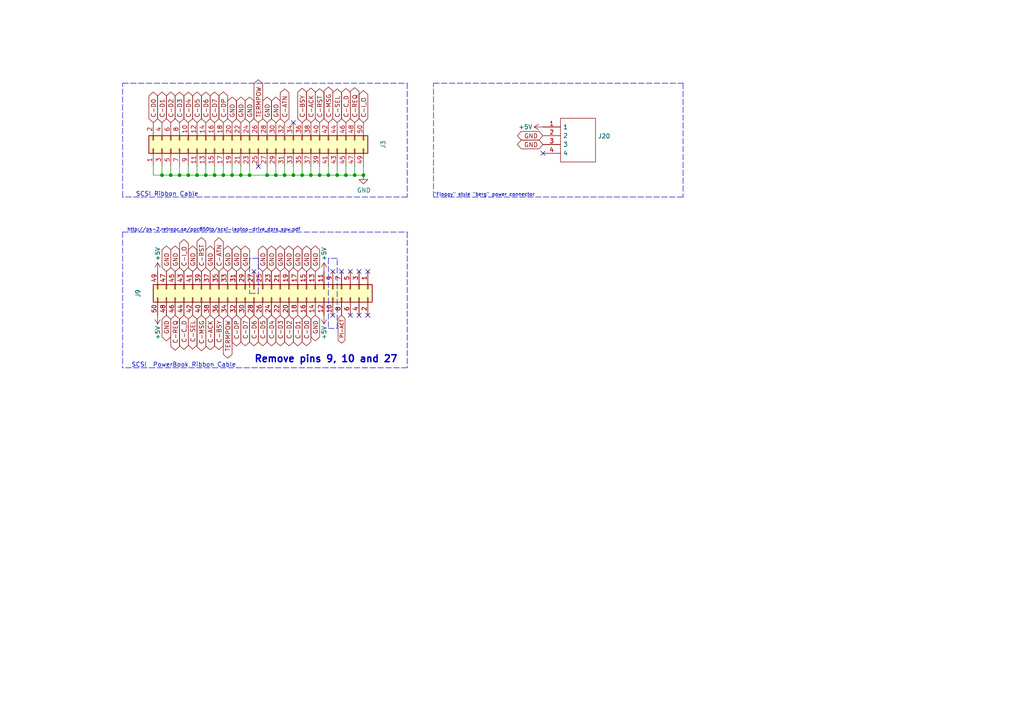
<source format=kicad_sch>
(kicad_sch (version 20211123) (generator eeschema)
  (paper "A4")
  (lib_symbols
    (symbol "Connector_Generic:Conn_02x25_Odd_Even" (pin_names (offset 1.016) hide)
      (property "Reference" "J" (at 1.27 33.02 0))
      (property "Value" "Conn_02x25_Odd_Even" (at 1.27 -33.02 0))
      (symbol "Conn_02x25_Odd_Even_1_1"
        (rectangle (start -1.27 -30.353) (end 0 -30.607) (stroke (width 0.1524)))
        (rectangle (start -1.27 -27.813) (end 0 -28.067) (stroke (width 0.1524)))
        (rectangle (start -1.27 -25.273) (end 0 -25.527) (stroke (width 0.1524)))
        (rectangle (start -1.27 -22.733) (end 0 -22.987) (stroke (width 0.1524)))
        (rectangle (start -1.27 -20.193) (end 0 -20.447) (stroke (width 0.1524)))
        (rectangle (start -1.27 -17.653) (end 0 -17.907) (stroke (width 0.1524)))
        (rectangle (start -1.27 -15.113) (end 0 -15.367) (stroke (width 0.1524)))
        (rectangle (start -1.27 -12.573) (end 0 -12.827) (stroke (width 0.1524)))
        (rectangle (start -1.27 -10.033) (end 0 -10.287) (stroke (width 0.1524)))
        (rectangle (start -1.27 -7.493) (end 0 -7.747) (stroke (width 0.1524)))
        (rectangle (start -1.27 -4.953) (end 0 -5.207) (stroke (width 0.1524)))
        (rectangle (start -1.27 -2.413) (end 0 -2.667) (stroke (width 0.1524)))
        (rectangle (start -1.27 0.127) (end 0 -0.127) (stroke (width 0.1524)))
        (rectangle (start -1.27 2.667) (end 0 2.413) (stroke (width 0.1524)))
        (rectangle (start -1.27 5.207) (end 0 4.953) (stroke (width 0.1524)))
        (rectangle (start -1.27 7.747) (end 0 7.493) (stroke (width 0.1524)))
        (rectangle (start -1.27 10.287) (end 0 10.033) (stroke (width 0.1524)))
        (rectangle (start -1.27 12.827) (end 0 12.573) (stroke (width 0.1524)))
        (rectangle (start -1.27 15.367) (end 0 15.113) (stroke (width 0.1524)))
        (rectangle (start -1.27 17.907) (end 0 17.653) (stroke (width 0.1524)))
        (rectangle (start -1.27 20.447) (end 0 20.193) (stroke (width 0.1524)))
        (rectangle (start -1.27 22.987) (end 0 22.733) (stroke (width 0.1524)))
        (rectangle (start -1.27 25.527) (end 0 25.273) (stroke (width 0.1524)))
        (rectangle (start -1.27 28.067) (end 0 27.813) (stroke (width 0.1524)))
        (rectangle (start -1.27 30.607) (end 0 30.353) (stroke (width 0.1524)))
        (rectangle (start -1.27 31.75) (end 3.81 -31.75) (stroke (width 0.254)) (fill (type background)))
        (rectangle (start 3.81 -30.353) (end 2.54 -30.607) (stroke (width 0.1524)))
        (rectangle (start 3.81 -27.813) (end 2.54 -28.067) (stroke (width 0.1524)))
        (rectangle (start 3.81 -25.273) (end 2.54 -25.527) (stroke (width 0.1524)))
        (rectangle (start 3.81 -22.733) (end 2.54 -22.987) (stroke (width 0.1524)))
        (rectangle (start 3.81 -20.193) (end 2.54 -20.447) (stroke (width 0.1524)))
        (rectangle (start 3.81 -17.653) (end 2.54 -17.907) (stroke (width 0.1524)))
        (rectangle (start 3.81 -15.113) (end 2.54 -15.367) (stroke (width 0.1524)))
        (rectangle (start 3.81 -12.573) (end 2.54 -12.827) (stroke (width 0.1524)))
        (rectangle (start 3.81 -10.033) (end 2.54 -10.287) (stroke (width 0.1524)))
        (rectangle (start 3.81 -7.493) (end 2.54 -7.747) (stroke (width 0.1524)))
        (rectangle (start 3.81 -4.953) (end 2.54 -5.207) (stroke (width 0.1524)))
        (rectangle (start 3.81 -2.413) (end 2.54 -2.667) (stroke (width 0.1524)))
        (rectangle (start 3.81 0.127) (end 2.54 -0.127) (stroke (width 0.1524)))
        (rectangle (start 3.81 2.667) (end 2.54 2.413) (stroke (width 0.1524)))
        (rectangle (start 3.81 5.207) (end 2.54 4.953) (stroke (width 0.1524)))
        (rectangle (start 3.81 7.747) (end 2.54 7.493) (stroke (width 0.1524)))
        (rectangle (start 3.81 10.287) (end 2.54 10.033) (stroke (width 0.1524)))
        (rectangle (start 3.81 12.827) (end 2.54 12.573) (stroke (width 0.1524)))
        (rectangle (start 3.81 15.367) (end 2.54 15.113) (stroke (width 0.1524)))
        (rectangle (start 3.81 17.907) (end 2.54 17.653) (stroke (width 0.1524)))
        (rectangle (start 3.81 20.447) (end 2.54 20.193) (stroke (width 0.1524)))
        (rectangle (start 3.81 22.987) (end 2.54 22.733) (stroke (width 0.1524)))
        (rectangle (start 3.81 25.527) (end 2.54 25.273) (stroke (width 0.1524)))
        (rectangle (start 3.81 28.067) (end 2.54 27.813) (stroke (width 0.1524)))
        (rectangle (start 3.81 30.607) (end 2.54 30.353) (stroke (width 0.1524)))
        (pin passive line (at -5.08 30.48 0) (length 3.81) (name "Pin_1") (number "1"))
        (pin passive line (at 7.62 20.32 180) (length 3.81) (name "Pin_10") (number "10"))
        (pin passive line (at -5.08 17.78 0) (length 3.81) (name "Pin_11") (number "11"))
        (pin passive line (at 7.62 17.78 180) (length 3.81) (name "Pin_12") (number "12"))
        (pin passive line (at -5.08 15.24 0) (length 3.81) (name "Pin_13") (number "13"))
        (pin passive line (at 7.62 15.24 180) (length 3.81) (name "Pin_14") (number "14"))
        (pin passive line (at -5.08 12.7 0) (length 3.81) (name "Pin_15") (number "15"))
        (pin passive line (at 7.62 12.7 180) (length 3.81) (name "Pin_16") (number "16"))
        (pin passive line (at -5.08 10.16 0) (length 3.81) (name "Pin_17") (number "17"))
        (pin passive line (at 7.62 10.16 180) (length 3.81) (name "Pin_18") (number "18"))
        (pin passive line (at -5.08 7.62 0) (length 3.81) (name "Pin_19") (number "19"))
        (pin passive line (at 7.62 30.48 180) (length 3.81) (name "Pin_2") (number "2"))
        (pin passive line (at 7.62 7.62 180) (length 3.81) (name "Pin_20") (number "20"))
        (pin passive line (at -5.08 5.08 0) (length 3.81) (name "Pin_21") (number "21"))
        (pin passive line (at 7.62 5.08 180) (length 3.81) (name "Pin_22") (number "22"))
        (pin passive line (at -5.08 2.54 0) (length 3.81) (name "Pin_23") (number "23"))
        (pin passive line (at 7.62 2.54 180) (length 3.81) (name "Pin_24") (number "24"))
        (pin passive line (at -5.08 0 0) (length 3.81) (name "Pin_25") (number "25"))
        (pin passive line (at 7.62 0 180) (length 3.81) (name "Pin_26") (number "26"))
        (pin passive line (at -5.08 -2.54 0) (length 3.81) (name "Pin_27") (number "27"))
        (pin passive line (at 7.62 -2.54 180) (length 3.81) (name "Pin_28") (number "28"))
        (pin passive line (at -5.08 -5.08 0) (length 3.81) (name "Pin_29") (number "29"))
        (pin passive line (at -5.08 27.94 0) (length 3.81) (name "Pin_3") (number "3"))
        (pin passive line (at 7.62 -5.08 180) (length 3.81) (name "Pin_30") (number "30"))
        (pin passive line (at -5.08 -7.62 0) (length 3.81) (name "Pin_31") (number "31"))
        (pin passive line (at 7.62 -7.62 180) (length 3.81) (name "Pin_32") (number "32"))
        (pin passive line (at -5.08 -10.16 0) (length 3.81) (name "Pin_33") (number "33"))
        (pin passive line (at 7.62 -10.16 180) (length 3.81) (name "Pin_34") (number "34"))
        (pin passive line (at -5.08 -12.7 0) (length 3.81) (name "Pin_35") (number "35"))
        (pin passive line (at 7.62 -12.7 180) (length 3.81) (name "Pin_36") (number "36"))
        (pin passive line (at -5.08 -15.24 0) (length 3.81) (name "Pin_37") (number "37"))
        (pin passive line (at 7.62 -15.24 180) (length 3.81) (name "Pin_38") (number "38"))
        (pin passive line (at -5.08 -17.78 0) (length 3.81) (name "Pin_39") (number "39"))
        (pin passive line (at 7.62 27.94 180) (length 3.81) (name "Pin_4") (number "4"))
        (pin passive line (at 7.62 -17.78 180) (length 3.81) (name "Pin_40") (number "40"))
        (pin passive line (at -5.08 -20.32 0) (length 3.81) (name "Pin_41") (number "41"))
        (pin passive line (at 7.62 -20.32 180) (length 3.81) (name "Pin_42") (number "42"))
        (pin passive line (at -5.08 -22.86 0) (length 3.81) (name "Pin_43") (number "43"))
        (pin passive line (at 7.62 -22.86 180) (length 3.81) (name "Pin_44") (number "44"))
        (pin passive line (at -5.08 -25.4 0) (length 3.81) (name "Pin_45") (number "45"))
        (pin passive line (at 7.62 -25.4 180) (length 3.81) (name "Pin_46") (number "46"))
        (pin passive line (at -5.08 -27.94 0) (length 3.81) (name "Pin_47") (number "47"))
        (pin passive line (at 7.62 -27.94 180) (length 3.81) (name "Pin_48") (number "48"))
        (pin passive line (at -5.08 -30.48 0) (length 3.81) (name "Pin_49") (number "49"))
        (pin passive line (at -5.08 25.4 0) (length 3.81) (name "Pin_5") (number "5"))
        (pin passive line (at 7.62 -30.48 180) (length 3.81) (name "Pin_50") (number "50"))
        (pin passive line (at 7.62 25.4 180) (length 3.81) (name "Pin_6") (number "6"))
        (pin passive line (at -5.08 22.86 0) (length 3.81) (name "Pin_7") (number "7"))
        (pin passive line (at 7.62 22.86 180) (length 3.81) (name "Pin_8") (number "8"))
        (pin passive line (at -5.08 20.32 0) (length 3.81) (name "Pin_9") (number "9"))
      )
    )
    (symbol "SamacSys_Parts:171826-4" (pin_names (offset 0.762))
      (property "Reference" "J" (at 16.51 7.62 0))
      (property "Value" "171826-4" (at 16.51 5.08 0))
      (symbol "171826-4_0_0"
        (pin passive line (at 0 0 0) (length 5.08) (name "1") (number "1"))
        (pin passive line (at 0 -2.54 0) (length 5.08) (name "2") (number "2"))
        (pin passive line (at 0 -5.08 0) (length 5.08) (name "3") (number "3"))
        (pin passive line (at 0 -7.62 0) (length 5.08) (name "4") (number "4"))
      )
      (symbol "171826-4_0_1"
        (polyline (pts (xy 5.08 2.54) (xy 15.24 2.54) (xy 15.24 -10.16) (xy 5.08 -10.16) (xy 5.08 2.54)) (stroke (width 0.1524)))
      )
    )
    (symbol "power:+5V" (power) (pin_names (offset 0))
      (property "Value" "+5V" (at 0 3.556 0))
      (symbol "+5V_0_1"
        (polyline (pts (xy -0.762 1.27) (xy 0 2.54)))
        (polyline (pts (xy 0 0) (xy 0 2.54)))
        (polyline (pts (xy 0 2.54) (xy 0.762 1.27)))
      )
      (symbol "+5V_1_1"
        (pin power_in line (at 0 0 90) (length 0) hide (name "+5V") (number "1"))
      )
    )
    (symbol "power:GND" (power) (pin_names (offset 0))
      (property "Value" "GND" (at 0 -3.81 0))
      (symbol "GND_0_1"
        (polyline (pts (xy 0 0) (xy 0 -1.27) (xy 1.27 -1.27) (xy 0 -2.54) (xy -1.27 -1.27) (xy 0 -1.27)))
      )
      (symbol "GND_1_1"
        (pin power_in line (at 0 0 270) (length 0) hide (name "GND") (number "1"))
      )
    )
  )
  (junction (at 100.33 50.8))
  (junction (at 77.47 50.8))
  (junction (at 64.77 50.8))
  (junction (at 97.79 50.8))
  (junction (at 72.39 50.8))
  (junction (at 85.09 50.8))
  (junction (at 69.85 50.8))
  (junction (at 59.69 50.8))
  (junction (at 102.87 50.8))
  (junction (at 82.55 50.8))
  (junction (at 67.31 50.8))
  (junction (at 95.25 50.8))
  (junction (at 62.23 50.8))
  (junction (at 80.01 50.8))
  (junction (at 46.99 50.8))
  (junction (at 87.63 50.8))
  (junction (at 90.17 50.8))
  (junction (at 57.15 50.8))
  (junction (at 49.53 50.8))
  (junction (at 52.07 50.8))
  (junction (at 105.41 50.8))
  (junction (at 92.71 50.8))
  (junction (at 54.61 50.8))
  (no_connect (at 74.93 48.26))
  (no_connect (at 73.66 78.74))
  (no_connect (at 106.68 91.44))
  (no_connect (at 96.52 78.74))
  (no_connect (at 104.14 78.74))
  (no_connect (at 85.09 35.56))
  (no_connect (at 104.14 91.44))
  (no_connect (at 106.68 78.74))
  (no_connect (at 96.52 91.44))
  (no_connect (at 157.48 44.45))
  (no_connect (at 101.6 78.74))
  (no_connect (at 99.06 78.74))
  (no_connect (at 101.6 91.44))
  (wire (pts (xy 87.63 50.8) (xy 87.63 48.26)))
  (wire (pts (xy 77.47 50.8) (xy 80.01 50.8)))
  (polyline (pts (xy 74.93 85.09) (xy 74.93 74.93)))
  (wire (pts (xy 95.25 50.8) (xy 97.79 50.8)))
  (wire (pts (xy 49.53 50.8) (xy 49.53 48.26)))
  (polyline (pts (xy 35.56 67.31) (xy 35.56 106.68)))
  (polyline (pts (xy 35.56 24.13) (xy 118.11 24.13)))
  (polyline (pts (xy 97.79 74.93) (xy 95.25 74.93)))
  (wire (pts (xy 59.69 50.8) (xy 62.23 50.8)))
  (polyline (pts (xy 97.79 95.25) (xy 97.79 74.93)))
  (wire (pts (xy 100.33 50.8) (xy 100.33 48.26)))
  (wire (pts (xy 44.45 50.8) (xy 46.99 50.8)))
  (polyline (pts (xy 35.56 57.15) (xy 35.56 24.13)))
  (wire (pts (xy 97.79 50.8) (xy 97.79 48.26)))
  (wire (pts (xy 52.07 50.8) (xy 52.07 48.26)))
  (wire (pts (xy 92.71 50.8) (xy 92.71 48.26)))
  (wire (pts (xy 87.63 50.8) (xy 90.17 50.8)))
  (polyline (pts (xy 198.12 57.15) (xy 125.73 57.15)))
  (wire (pts (xy 44.45 50.8) (xy 44.45 48.26)))
  (wire (pts (xy 77.47 50.8) (xy 77.47 48.26)))
  (wire (pts (xy 80.01 50.8) (xy 82.55 50.8)))
  (wire (pts (xy 49.53 50.8) (xy 52.07 50.8)))
  (wire (pts (xy 52.07 50.8) (xy 54.61 50.8)))
  (wire (pts (xy 90.17 50.8) (xy 92.71 50.8)))
  (wire (pts (xy 62.23 50.8) (xy 62.23 48.26)))
  (wire (pts (xy 72.39 50.8) (xy 77.47 50.8)))
  (wire (pts (xy 82.55 50.8) (xy 82.55 48.26)))
  (wire (pts (xy 80.01 50.8) (xy 80.01 48.26)))
  (polyline (pts (xy 72.39 85.09) (xy 74.93 85.09)))
  (wire (pts (xy 97.79 50.8) (xy 100.33 50.8)))
  (wire (pts (xy 102.87 50.8) (xy 102.87 48.26)))
  (wire (pts (xy 82.55 50.8) (xy 85.09 50.8)))
  (wire (pts (xy 46.99 50.8) (xy 49.53 50.8)))
  (wire (pts (xy 100.33 50.8) (xy 102.87 50.8)))
  (polyline (pts (xy 95.25 74.93) (xy 95.25 95.25)))
  (wire (pts (xy 105.41 50.8) (xy 105.41 48.26)))
  (wire (pts (xy 67.31 50.8) (xy 67.31 48.26)))
  (wire (pts (xy 57.15 50.8) (xy 57.15 48.26)))
  (wire (pts (xy 64.77 50.8) (xy 67.31 50.8)))
  (polyline (pts (xy 74.93 74.93) (xy 72.39 74.93)))
  (wire (pts (xy 85.09 50.8) (xy 85.09 48.26)))
  (wire (pts (xy 69.85 50.8) (xy 69.85 48.26)))
  (polyline (pts (xy 118.11 106.68) (xy 35.56 106.68)))
  (polyline (pts (xy 125.73 24.13) (xy 198.12 24.13)))
  (wire (pts (xy 85.09 50.8) (xy 87.63 50.8)))
  (wire (pts (xy 95.25 50.8) (xy 95.25 48.26)))
  (wire (pts (xy 102.87 50.8) (xy 105.41 50.8)))
  (polyline (pts (xy 95.25 95.25) (xy 97.79 95.25)))
  (wire (pts (xy 57.15 50.8) (xy 59.69 50.8)))
  (wire (pts (xy 72.39 50.8) (xy 72.39 48.26)))
  (wire (pts (xy 67.31 50.8) (xy 69.85 50.8)))
  (wire (pts (xy 64.77 50.8) (xy 64.77 48.26)))
  (polyline (pts (xy 118.11 24.13) (xy 118.11 57.15)))
  (polyline (pts (xy 125.73 57.15) (xy 125.73 24.13)))
  (polyline (pts (xy 118.11 57.15) (xy 35.56 57.15)))
  (wire (pts (xy 59.69 50.8) (xy 59.69 48.26)))
  (wire (pts (xy 54.61 50.8) (xy 57.15 50.8)))
  (polyline (pts (xy 118.11 67.31) (xy 118.11 106.68)))
  (wire (pts (xy 46.99 50.8) (xy 46.99 48.26)))
  (wire (pts (xy 62.23 50.8) (xy 64.77 50.8)))
  (wire (pts (xy 90.17 50.8) (xy 90.17 48.26)))
  (polyline (pts (xy 198.12 24.13) (xy 198.12 57.15)))
  (polyline (pts (xy 72.39 74.93) (xy 72.39 85.09)))
  (wire (pts (xy 92.71 50.8) (xy 95.25 50.8)))
  (wire (pts (xy 54.61 50.8) (xy 54.61 48.26)))
  (polyline (pts (xy 35.56 67.31) (xy 118.11 67.31)))
  (wire (pts (xy 69.85 50.8) (xy 72.39 50.8)))
  (text "Remove pins 9, 10 and 27" (at 73.66 105.41 0) (effects (font (size 2.0066 2.0066) (thickness 0.4013) bold) (justify left bottom)))
  (text "SCSI Ribbon Cable" (at 39.37 57.15 0) (effects (font (size 1.27 1.27)) (justify left bottom)))
  (text "\"Floppy\" style \"berg\" power connector" (at 125.73 57.15 0) (effects (font (size 0.9906 0.9906)) (justify left bottom)))
  (text "http://ps-2.retropc.se/ppc850tp/scsi-laptop-drive_dprs_spw.pdf" (at 36.83 67.31 0) (effects (font (size 0.9906 0.9906)) (justify left bottom)))
  (text "SCSI  PowerBook Ribbon Cable" (at 38.1 106.68 0) (effects (font (size 1.27 1.27)) (justify left bottom)))
  (global_label "GND" (shape bidirectional) (at 80.01 35.56 90) (property "Intersheet References" "${INTERSHEET_REFS}" (effects hide)))
  (global_label "C-REQ" (shape bidirectional) (at 50.8 91.44 270) (property "Intersheet References" "${INTERSHEET_REFS}" (effects hide)))
  (global_label "GND" (shape bidirectional) (at 48.26 78.74 90) (property "Intersheet References" "${INTERSHEET_REFS}" (effects hide)))
  (global_label "GND" (shape bidirectional) (at 83.82 78.74 90) (property "Intersheet References" "${INTERSHEET_REFS}" (effects hide)))
  (global_label "C-D3" (shape bidirectional) (at 52.07 35.56 90) (property "Intersheet References" "${INTERSHEET_REFS}" (effects hide)))
  (global_label "GND" (shape bidirectional) (at 91.44 78.74 90) (property "Intersheet References" "${INTERSHEET_REFS}" (effects hide)))
  (global_label "C-SEL" (shape bidirectional) (at 97.79 35.56 90) (property "Intersheet References" "${INTERSHEET_REFS}" (effects hide)))
  (global_label "C-I_O" (shape bidirectional) (at 105.41 35.56 90) (property "Intersheet References" "${INTERSHEET_REFS}" (effects hide)))
  (global_label "TERMPOW" (shape bidirectional) (at 74.93 35.56 90) (property "Intersheet References" "${INTERSHEET_REFS}" (effects hide)))
  (global_label "C-D0" (shape bidirectional) (at 44.45 35.56 90) (property "Intersheet References" "${INTERSHEET_REFS}" (effects hide)))
  (global_label "C-ATN" (shape bidirectional) (at 63.5 78.74 90) (property "Intersheet References" "${INTERSHEET_REFS}" (effects hide)))
  (global_label "C-D4" (shape bidirectional) (at 78.74 91.44 270) (property "Intersheet References" "${INTERSHEET_REFS}" (effects hide)))
  (global_label "C-D4" (shape bidirectional) (at 54.61 35.56 90) (property "Intersheet References" "${INTERSHEET_REFS}" (effects hide)))
  (global_label "TERMPOW" (shape bidirectional) (at 66.04 91.44 270) (property "Intersheet References" "${INTERSHEET_REFS}" (effects hide)))
  (global_label "C-C_D" (shape bidirectional) (at 53.34 91.44 270) (property "Intersheet References" "${INTERSHEET_REFS}" (effects hide)))
  (global_label "C-D6" (shape bidirectional) (at 59.69 35.56 90) (property "Intersheet References" "${INTERSHEET_REFS}" (effects hide)))
  (global_label "GND" (shape bidirectional) (at 157.48 39.37 180) (property "Intersheet References" "${INTERSHEET_REFS}" (effects hide)))
  (global_label "C-MSG" (shape bidirectional) (at 58.42 91.44 270) (property "Intersheet References" "${INTERSHEET_REFS}" (effects hide)))
  (global_label "GND" (shape bidirectional) (at 72.39 35.56 90) (property "Intersheet References" "${INTERSHEET_REFS}" (effects hide)))
  (global_label "C-D6" (shape bidirectional) (at 73.66 91.44 270) (property "Intersheet References" "${INTERSHEET_REFS}" (effects hide)))
  (global_label "GND" (shape bidirectional) (at 78.74 78.74 90) (property "Intersheet References" "${INTERSHEET_REFS}" (effects hide)))
  (global_label "GND" (shape bidirectional) (at 60.96 78.74 90) (property "Intersheet References" "${INTERSHEET_REFS}" (effects hide)))
  (global_label "C-D1" (shape bidirectional) (at 46.99 35.56 90) (property "Intersheet References" "${INTERSHEET_REFS}" (effects hide)))
  (global_label "GND" (shape bidirectional) (at 66.04 78.74 90) (property "Intersheet References" "${INTERSHEET_REFS}" (effects hide)))
  (global_label "GND" (shape bidirectional) (at 86.36 78.74 90) (property "Intersheet References" "${INTERSHEET_REFS}" (effects hide)))
  (global_label "C-DP" (shape bidirectional) (at 68.58 91.44 270) (property "Intersheet References" "${INTERSHEET_REFS}" (effects hide)))
  (global_label "C-ACK" (shape bidirectional) (at 60.96 91.44 270) (property "Intersheet References" "${INTERSHEET_REFS}" (effects hide)))
  (global_label "C-BSY" (shape bidirectional) (at 87.63 35.56 90) (property "Intersheet References" "${INTERSHEET_REFS}" (effects hide)))
  (global_label "GND" (shape bidirectional) (at 50.8 78.74 90) (property "Intersheet References" "${INTERSHEET_REFS}" (effects hide)))
  (global_label "C-RST" (shape bidirectional) (at 58.42 78.74 90) (property "Intersheet References" "${INTERSHEET_REFS}" (effects hide)))
  (global_label "C-I_O" (shape bidirectional) (at 53.34 78.74 90) (property "Intersheet References" "${INTERSHEET_REFS}" (effects hide)))
  (global_label "C-SEL" (shape bidirectional) (at 55.88 91.44 270) (property "Intersheet References" "${INTERSHEET_REFS}" (effects hide)))
  (global_label "C-ATN" (shape bidirectional) (at 82.55 35.56 90) (property "Intersheet References" "${INTERSHEET_REFS}" (effects hide)))
  (global_label "C-D1" (shape bidirectional) (at 86.36 91.44 270) (property "Intersheet References" "${INTERSHEET_REFS}" (effects hide)))
  (global_label "C-ACK" (shape bidirectional) (at 90.17 35.56 90) (property "Intersheet References" "${INTERSHEET_REFS}" (effects hide)))
  (global_label "C-DP" (shape bidirectional) (at 64.77 35.56 90) (property "Intersheet References" "${INTERSHEET_REFS}" (effects hide)))
  (global_label "GND" (shape bidirectional) (at 77.47 35.56 90) (property "Intersheet References" "${INTERSHEET_REFS}" (effects hide)))
  (global_label "C-RST" (shape bidirectional) (at 92.71 35.56 90) (property "Intersheet References" "${INTERSHEET_REFS}" (effects hide)))
  (global_label "C-D7" (shape bidirectional) (at 62.23 35.56 90) (property "Intersheet References" "${INTERSHEET_REFS}" (effects hide)))
  (global_label "C-REQ" (shape bidirectional) (at 102.87 35.56 90) (property "Intersheet References" "${INTERSHEET_REFS}" (effects hide)))
  (global_label "C-D5" (shape bidirectional) (at 76.2 91.44 270) (property "Intersheet References" "${INTERSHEET_REFS}" (effects hide)))
  (global_label "C-C_D" (shape bidirectional) (at 100.33 35.56 90) (property "Intersheet References" "${INTERSHEET_REFS}" (effects hide)))
  (global_label "C-BSY" (shape bidirectional) (at 63.5 91.44 270) (property "Intersheet References" "${INTERSHEET_REFS}" (effects hide)))
  (global_label "C-D2" (shape bidirectional) (at 83.82 91.44 270) (property "Intersheet References" "${INTERSHEET_REFS}" (effects hide)))
  (global_label "GND" (shape bidirectional) (at 69.85 35.56 90) (property "Intersheet References" "${INTERSHEET_REFS}" (effects hide)))
  (global_label "C-MSG" (shape bidirectional) (at 95.25 35.56 90) (property "Intersheet References" "${INTERSHEET_REFS}" (effects hide)))
  (global_label "C-D0" (shape bidirectional) (at 88.9 91.44 270) (property "Intersheet References" "${INTERSHEET_REFS}" (effects hide)))
  (global_label "GND" (shape bidirectional) (at 68.58 78.74 90) (property "Intersheet References" "${INTERSHEET_REFS}" (effects hide)))
  (global_label "GND" (shape bidirectional) (at 88.9 78.74 90) (property "Intersheet References" "${INTERSHEET_REFS}" (effects hide)))
  (global_label "GND" (shape bidirectional) (at 48.26 91.44 270) (property "Intersheet References" "${INTERSHEET_REFS}" (effects hide)))
  (global_label "GND" (shape bidirectional) (at 76.2 78.74 90) (property "Intersheet References" "${INTERSHEET_REFS}" (effects hide)))
  (global_label "GND" (shape bidirectional) (at 67.31 35.56 90) (property "Intersheet References" "${INTERSHEET_REFS}" (effects hide)))
  (global_label "PI-ACT" (shape bidirectional) (at 99.06 91.44 270) (effects (font (size 1 1))) (property "Intersheet References" "${INTERSHEET_REFS}" (effects hide)))
  (global_label "C-D2" (shape bidirectional) (at 49.53 35.56 90) (property "Intersheet References" "${INTERSHEET_REFS}" (effects hide)))
  (global_label "C-D5" (shape bidirectional) (at 57.15 35.56 90) (property "Intersheet References" "${INTERSHEET_REFS}" (effects hide)))
  (global_label "GND" (shape bidirectional) (at 91.44 91.44 270) (property "Intersheet References" "${INTERSHEET_REFS}" (effects hide)))
  (global_label "GND" (shape bidirectional) (at 71.12 78.74 90) (property "Intersheet References" "${INTERSHEET_REFS}" (effects hide)))
  (global_label "C-D7" (shape bidirectional) (at 71.12 91.44 270) (property "Intersheet References" "${INTERSHEET_REFS}" (effects hide)))
  (global_label "GND" (shape bidirectional) (at 55.88 78.74 90) (property "Intersheet References" "${INTERSHEET_REFS}" (effects hide)))
  (global_label "C-D3" (shape bidirectional) (at 81.28 91.44 270) (property "Intersheet References" "${INTERSHEET_REFS}" (effects hide)))
  (global_label "GND" (shape bidirectional) (at 157.48 41.91 180) (property "Intersheet References" "${INTERSHEET_REFS}" (effects hide)))
  (global_label "GND" (shape bidirectional) (at 81.28 78.74 90) (property "Intersheet References" "${INTERSHEET_REFS}" (effects hide)))
  (symbol (lib_id "power:+5V") (at 93.98 78.74 0) (unit 1)
    (property "Reference" "#PWR0101" (effects hide))
    (property "Value" "+5V" (at 93.98 73.66 90))
  )
  (symbol (lib_id "power:+5V") (at 93.98 91.44 180) (unit 1)
    (property "Reference" "#PWR0102" (effects hide))
    (property "Value" "+5V" (at 93.98 96.52 90))
  )
  (symbol (lib_id "power:+5V") (at 45.72 78.74 0) (unit 1)
    (property "Reference" "#PWR0103" (effects hide))
    (property "Value" "+5V" (at 45.72 73.66 90))
  )
  (symbol (lib_id "power:+5V") (at 45.72 91.44 180) (unit 1)
    (property "Reference" "#PWR0104" (effects hide))
    (property "Value" "+5V" (at 45.72 96.52 90))
  )
  (symbol (lib_id "Connector_Generic:Conn_02x25_Odd_Even") (at 74.93 43.18 90) (unit 1)
    (property "Reference" "J3" (at 111.125 41.91 0))
    (property "Datasheet" "https://datasheet.lcsc.com/szlcsc/1810221914_BOOMELE-Boom-Precision-Elec-C30006_C30006.pdf" (effects hide))
    (property "LCSC" "C30006" (effects hide))
    (property "Description" "Header 50 0.100\"(2.54mm) 2 2.54MM IDC Connectors RoHS" (effects hide))
    (property "Manufacturer_Name" "BOOMELE(Boom Precision Elec)" (effects hide))
    (property "Manufacturer_Part_Number" "C30006" (effects hide))
  )
  (symbol (lib_id "power:GND") (at 105.41 50.8 0) (unit 1)
    (property "Reference" "#PWR015" (effects hide))
    (property "Value" "GND" (at 105.537 55.1942 0))
  )
  (symbol (lib_id "Connector_Generic:Conn_02x25_Odd_Even") (at 76.2 83.82 270) (unit 1)
    (property "Reference" "J9" (at 40.005 85.09 0))
    (property "Datasheet" "https://datasheet.lcsc.com/szlcsc/1811151534_BOOMELE-Boom-Precision-Elec-C3407_C3407.pdf" (effects hide))
    (property "LCSC" "C3407" (effects hide))
    (property "Description" "CUT DOWN TO 50 PIN - Pin Header 80 2 right-angle，90degrees 2.00mm Through Hole Pin Header" (effects hide))
    (property "Manufacturer_Name" "BOOMELE(Boom Precision Elec)" (effects hide))
    (property "Manufacturer_Part_Number" "C3407" (effects hide))
  )
  (symbol (lib_id "SamacSys_Parts:171826-4") (at 157.48 36.83 0) (unit 1)
    (property "Reference" "J20" (at 173.4312 39.4716 0) (effects (justify left)))
    (property "Datasheet" "https://componentsearchengine.com/Datasheets/2/171826-4.pdf" (effects hide))
    (property "Description" "Headers & Wire Housings 4P HDR R/A" (effects hide))
    (property "Height" "6.7" (effects hide))
    (property "Manufacturer_Name" "TE Connectivity" (effects hide))
    (property "Manufacturer_Part_Number" "171826-4" (effects hide))
    (property "LCSC" "DNP" (effects hide))
  )
  (symbol (lib_id "power:+5V") (at 157.48 36.83 90) (unit 1)
    (property "Reference" "#PWR053" (effects hide))
    (property "Value" "+5V" (at 152.4 36.83 90))
  )
)
</source>
